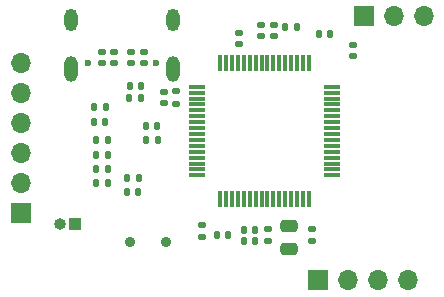
<source format=gbr>
%TF.GenerationSoftware,KiCad,Pcbnew,8.0.2-1*%
%TF.CreationDate,2024-06-13T15:22:41+09:00*%
%TF.ProjectId,eeg,6565672e-6b69-4636-9164-5f7063625858,rev?*%
%TF.SameCoordinates,Original*%
%TF.FileFunction,Soldermask,Top*%
%TF.FilePolarity,Negative*%
%FSLAX46Y46*%
G04 Gerber Fmt 4.6, Leading zero omitted, Abs format (unit mm)*
G04 Created by KiCad (PCBNEW 8.0.2-1) date 2024-06-13 15:22:41*
%MOMM*%
%LPD*%
G01*
G04 APERTURE LIST*
G04 Aperture macros list*
%AMRoundRect*
0 Rectangle with rounded corners*
0 $1 Rounding radius*
0 $2 $3 $4 $5 $6 $7 $8 $9 X,Y pos of 4 corners*
0 Add a 4 corners polygon primitive as box body*
4,1,4,$2,$3,$4,$5,$6,$7,$8,$9,$2,$3,0*
0 Add four circle primitives for the rounded corners*
1,1,$1+$1,$2,$3*
1,1,$1+$1,$4,$5*
1,1,$1+$1,$6,$7*
1,1,$1+$1,$8,$9*
0 Add four rect primitives between the rounded corners*
20,1,$1+$1,$2,$3,$4,$5,0*
20,1,$1+$1,$4,$5,$6,$7,0*
20,1,$1+$1,$6,$7,$8,$9,0*
20,1,$1+$1,$8,$9,$2,$3,0*%
G04 Aperture macros list end*
%ADD10R,1.700000X1.700000*%
%ADD11O,1.700000X1.700000*%
%ADD12RoundRect,0.140000X0.170000X-0.140000X0.170000X0.140000X-0.170000X0.140000X-0.170000X-0.140000X0*%
%ADD13RoundRect,0.140000X-0.140000X-0.170000X0.140000X-0.170000X0.140000X0.170000X-0.140000X0.170000X0*%
%ADD14RoundRect,0.135000X-0.135000X-0.185000X0.135000X-0.185000X0.135000X0.185000X-0.135000X0.185000X0*%
%ADD15RoundRect,0.140000X0.140000X0.170000X-0.140000X0.170000X-0.140000X-0.170000X0.140000X-0.170000X0*%
%ADD16R,1.475000X0.300000*%
%ADD17R,0.300000X1.475000*%
%ADD18RoundRect,0.250000X-0.475000X0.250000X-0.475000X-0.250000X0.475000X-0.250000X0.475000X0.250000X0*%
%ADD19RoundRect,0.135000X0.185000X-0.135000X0.185000X0.135000X-0.185000X0.135000X-0.185000X-0.135000X0*%
%ADD20RoundRect,0.140000X-0.170000X0.140000X-0.170000X-0.140000X0.170000X-0.140000X0.170000X0.140000X0*%
%ADD21C,0.889000*%
%ADD22O,1.000000X1.000000*%
%ADD23R,1.000000X1.000000*%
%ADD24O,1.104000X1.904000*%
%ADD25O,1.104000X2.204000*%
%ADD26C,0.600000*%
G04 APERTURE END LIST*
D10*
%TO.C,J2*%
X156300000Y-112600000D03*
D11*
X158840000Y-112600000D03*
X161380000Y-112600000D03*
X163920000Y-112600000D03*
%TD*%
D12*
%TO.C,C29*%
X141520000Y-94250000D03*
X141520000Y-93290000D03*
%TD*%
D13*
%TO.C,C42*%
X141720000Y-99600000D03*
X142680000Y-99600000D03*
%TD*%
D12*
%TO.C,C35*%
X139030000Y-94250000D03*
X139030000Y-93290000D03*
%TD*%
D13*
%TO.C,C43*%
X137300000Y-99200000D03*
X138260000Y-99200000D03*
%TD*%
%TO.C,C30*%
X156320000Y-91800000D03*
X157280000Y-91800000D03*
%TD*%
D14*
%TO.C,R6*%
X137490000Y-103200000D03*
X138510000Y-103200000D03*
%TD*%
D11*
%TO.C,J1*%
X165255000Y-90300000D03*
X162715000Y-90300000D03*
D10*
X160175000Y-90300000D03*
%TD*%
D14*
%TO.C,R10*%
X137290000Y-98000000D03*
X138310000Y-98000000D03*
%TD*%
D15*
%TO.C,C21*%
X150940000Y-109330000D03*
X149980000Y-109330000D03*
%TD*%
D16*
%TO.C,IC3*%
X146012000Y-96250000D03*
X146012000Y-96750000D03*
X146012000Y-97250000D03*
X146012000Y-97750000D03*
X146012000Y-98250000D03*
X146012000Y-98750000D03*
X146012000Y-99250000D03*
X146012000Y-99750000D03*
X146012000Y-100250000D03*
X146012000Y-100750000D03*
X146012000Y-101250000D03*
X146012000Y-101750000D03*
X146012000Y-102250000D03*
X146012000Y-102750000D03*
X146012000Y-103250000D03*
X146012000Y-103750000D03*
D17*
X148000000Y-105738000D03*
X148500000Y-105738000D03*
X149000000Y-105738000D03*
X149500000Y-105738000D03*
X150000000Y-105738000D03*
X150500000Y-105738000D03*
X151000000Y-105738000D03*
X151500000Y-105738000D03*
X152000000Y-105738000D03*
X152500000Y-105738000D03*
X153000000Y-105738000D03*
X153500000Y-105738000D03*
X154000000Y-105738000D03*
X154500000Y-105738000D03*
X155000000Y-105738000D03*
X155500000Y-105738000D03*
D16*
X157488000Y-103750000D03*
X157488000Y-103250000D03*
X157488000Y-102750000D03*
X157488000Y-102250000D03*
X157488000Y-101750000D03*
X157488000Y-101250000D03*
X157488000Y-100750000D03*
X157488000Y-100250000D03*
X157488000Y-99750000D03*
X157488000Y-99250000D03*
X157488000Y-98750000D03*
X157488000Y-98250000D03*
X157488000Y-97750000D03*
X157488000Y-97250000D03*
X157488000Y-96750000D03*
X157488000Y-96250000D03*
D17*
X155500000Y-94262000D03*
X155000000Y-94262000D03*
X154500000Y-94262000D03*
X154000000Y-94262000D03*
X153500000Y-94262000D03*
X153000000Y-94262000D03*
X152500000Y-94262000D03*
X152000000Y-94262000D03*
X151500000Y-94262000D03*
X151000000Y-94262000D03*
X150500000Y-94262000D03*
X150000000Y-94262000D03*
X149500000Y-94262000D03*
X149000000Y-94262000D03*
X148500000Y-94262000D03*
X148000000Y-94262000D03*
%TD*%
D12*
%TO.C,C28*%
X140480000Y-94250000D03*
X140480000Y-93290000D03*
%TD*%
D15*
%TO.C,C33*%
X148680000Y-108800000D03*
X147720000Y-108800000D03*
%TD*%
D18*
%TO.C,C24*%
X153800000Y-108050000D03*
X153800000Y-109950000D03*
%TD*%
D19*
%TO.C,R4*%
X144260000Y-97670000D03*
X144260000Y-96650000D03*
%TD*%
D14*
%TO.C,R8*%
X141690000Y-100800000D03*
X142710000Y-100800000D03*
%TD*%
D12*
%TO.C,C25*%
X152520000Y-91960000D03*
X152520000Y-91000000D03*
%TD*%
D20*
%TO.C,C23*%
X152040000Y-108320000D03*
X152040000Y-109280000D03*
%TD*%
D14*
%TO.C,R7*%
X137490000Y-102000000D03*
X138510000Y-102000000D03*
%TD*%
D20*
%TO.C,C27*%
X155740000Y-108320000D03*
X155740000Y-109280000D03*
%TD*%
D12*
%TO.C,C20*%
X143200000Y-97620000D03*
X143200000Y-96660000D03*
%TD*%
D13*
%TO.C,C41*%
X137520000Y-104400000D03*
X138480000Y-104400000D03*
%TD*%
D20*
%TO.C,C32*%
X159200000Y-92720000D03*
X159200000Y-93680000D03*
%TD*%
D12*
%TO.C,C37*%
X138000000Y-94250000D03*
X138000000Y-93290000D03*
%TD*%
D13*
%TO.C,C39*%
X137500000Y-100800000D03*
X138460000Y-100800000D03*
%TD*%
%TO.C,C40*%
X140320000Y-96200000D03*
X141280000Y-96200000D03*
%TD*%
D12*
%TO.C,C26*%
X151480000Y-91960000D03*
X151480000Y-91000000D03*
%TD*%
D14*
%TO.C,R9*%
X140310000Y-97200000D03*
X141330000Y-97200000D03*
%TD*%
D13*
%TO.C,C22*%
X149980000Y-108340000D03*
X150940000Y-108340000D03*
%TD*%
%TO.C,C38*%
X140100000Y-105200000D03*
X141060000Y-105200000D03*
%TD*%
D12*
%TO.C,C31*%
X146490000Y-108940000D03*
X146490000Y-107980000D03*
%TD*%
D15*
%TO.C,C34*%
X154480000Y-91200000D03*
X153520000Y-91200000D03*
%TD*%
D10*
%TO.C,J4*%
X131100000Y-106950000D03*
D11*
X131100000Y-104410000D03*
X131100000Y-101870000D03*
X131100000Y-99330000D03*
X131100000Y-96790000D03*
X131100000Y-94250000D03*
%TD*%
D14*
%TO.C,R5*%
X140090000Y-104000000D03*
X141110000Y-104000000D03*
%TD*%
D20*
%TO.C,C36*%
X149620000Y-91710000D03*
X149620000Y-92670000D03*
%TD*%
D21*
%TO.C,SW1*%
X140400000Y-109400000D03*
X143397200Y-109400000D03*
%TD*%
D22*
%TO.C,BT1*%
X134450000Y-107870000D03*
D23*
X135720000Y-107870000D03*
%TD*%
D24*
%TO.C,J3*%
X144000000Y-90580000D03*
X135350000Y-90580000D03*
D25*
X144000000Y-94750000D03*
X135350000Y-94750000D03*
D26*
X142565000Y-94260000D03*
X136785000Y-94260000D03*
%TD*%
M02*

</source>
